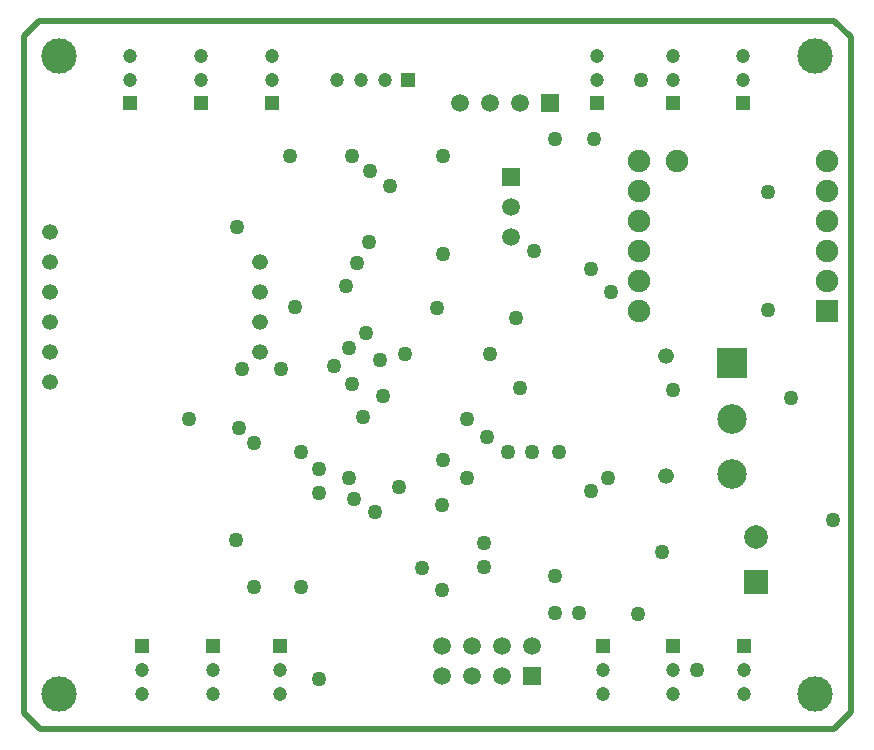
<source format=gbs>
G04*
G04 #@! TF.GenerationSoftware,Altium Limited,Altium Designer,20.0.13 (296)*
G04*
G04 Layer_Color=16711935*
%FSLAX25Y25*%
%MOIN*%
G70*
G01*
G75*
%ADD19C,0.01968*%
%ADD32R,0.04724X0.04724*%
%ADD33C,0.04724*%
%ADD34C,0.05906*%
%ADD35R,0.05906X0.05906*%
%ADD36C,0.07500*%
%ADD37R,0.07500X0.07500*%
%ADD38R,0.04724X0.04724*%
%ADD39R,0.05906X0.05906*%
%ADD40C,0.05236*%
%ADD41C,0.07874*%
%ADD42R,0.07874X0.07874*%
%ADD43R,0.09843X0.09843*%
%ADD44C,0.09843*%
%ADD45C,0.11811*%
%ADD46C,0.05000*%
D19*
X472441Y202441D02*
Y427559D01*
X466850Y196850D02*
X472441Y202441D01*
X202150Y196850D02*
X466850D01*
X196850Y202150D02*
X202150Y196850D01*
X196850Y202150D02*
Y427850D01*
X202071Y433071D01*
X466929D01*
X472441Y427559D01*
D32*
X325000Y413386D02*
D03*
D33*
X317126D02*
D03*
X301378D02*
D03*
X309252D02*
D03*
X389764Y216535D02*
D03*
Y208661D02*
D03*
X437008Y216535D02*
D03*
Y208661D02*
D03*
X413386Y216535D02*
D03*
Y208661D02*
D03*
X236221Y216535D02*
D03*
Y208661D02*
D03*
X259842Y216535D02*
D03*
Y208661D02*
D03*
X282331Y216535D02*
D03*
Y208661D02*
D03*
X436673Y413386D02*
D03*
Y421260D02*
D03*
X413386Y413386D02*
D03*
Y421260D02*
D03*
X387795Y413386D02*
D03*
Y421260D02*
D03*
X232283Y413386D02*
D03*
Y421260D02*
D03*
X255906Y413386D02*
D03*
Y421260D02*
D03*
X279528Y413386D02*
D03*
Y421260D02*
D03*
D34*
X336142Y224410D02*
D03*
Y214409D02*
D03*
X346142Y224410D02*
D03*
Y214409D02*
D03*
X356142Y224410D02*
D03*
Y214409D02*
D03*
X366142Y224410D02*
D03*
X359252Y360965D02*
D03*
Y370965D02*
D03*
X362362Y405512D02*
D03*
X352362D02*
D03*
X342362D02*
D03*
D35*
X366142Y214409D02*
D03*
X372362Y405512D02*
D03*
D36*
X464567Y376299D02*
D03*
Y366299D02*
D03*
Y346299D02*
D03*
Y356299D02*
D03*
Y386299D02*
D03*
X402067Y336299D02*
D03*
Y346299D02*
D03*
Y356299D02*
D03*
Y366299D02*
D03*
Y376299D02*
D03*
Y386299D02*
D03*
X414567D02*
D03*
D37*
X464567Y336299D02*
D03*
D38*
X389764Y224410D02*
D03*
X437008D02*
D03*
X413386D02*
D03*
X236221D02*
D03*
X259842D02*
D03*
X282331D02*
D03*
X436673Y405512D02*
D03*
X413386D02*
D03*
X387795D02*
D03*
X232283D02*
D03*
X255906D02*
D03*
X279528D02*
D03*
D39*
X359252Y380965D02*
D03*
D40*
X205591Y312520D02*
D03*
Y322520D02*
D03*
Y332520D02*
D03*
Y342520D02*
D03*
Y352520D02*
D03*
Y362520D02*
D03*
X275590Y352520D02*
D03*
Y342520D02*
D03*
Y332520D02*
D03*
Y322520D02*
D03*
X411024Y321260D02*
D03*
Y281102D02*
D03*
D41*
X440945Y261063D02*
D03*
D42*
Y246063D02*
D03*
D43*
X433071Y318898D02*
D03*
D44*
Y300394D02*
D03*
Y281890D02*
D03*
D45*
X208661Y208661D02*
D03*
X460630D02*
D03*
Y421260D02*
D03*
X208661D02*
D03*
D46*
X336614Y387795D02*
D03*
X306102Y312008D02*
D03*
X315510Y320000D02*
D03*
X316494Y308071D02*
D03*
X305118Y280512D02*
D03*
X309793Y301000D02*
D03*
X305118Y324000D02*
D03*
X311000Y329000D02*
D03*
X324000Y321850D02*
D03*
X409449Y255906D02*
D03*
X466535Y266732D02*
D03*
X374016Y248031D02*
D03*
X336142Y243110D02*
D03*
X321850Y277559D02*
D03*
X336142Y271654D02*
D03*
X350303Y258858D02*
D03*
Y250984D02*
D03*
X374016Y235728D02*
D03*
X413386Y310039D02*
D03*
X421260Y216535D02*
D03*
X452756Y307087D02*
D03*
X360819Y333996D02*
D03*
X375098Y289370D02*
D03*
X362205Y310531D02*
D03*
X366803Y356299D02*
D03*
X352362Y321850D02*
D03*
X366142Y289370D02*
D03*
X351378Y294200D02*
D03*
X358268Y289370D02*
D03*
X391732Y280512D02*
D03*
X344646D02*
D03*
X385827Y276287D02*
D03*
X295276Y213583D02*
D03*
X273622Y244094D02*
D03*
Y292322D02*
D03*
X267717Y259842D02*
D03*
X268701Y297244D02*
D03*
X289370Y244094D02*
D03*
Y289370D02*
D03*
X295276Y283465D02*
D03*
X307087Y273425D02*
D03*
X295276Y275590D02*
D03*
X314067Y269148D02*
D03*
X386811Y393701D02*
D03*
X374016D02*
D03*
X385827Y350394D02*
D03*
X392717Y342520D02*
D03*
X306102Y387795D02*
D03*
X285433D02*
D03*
X312099Y382965D02*
D03*
X318898Y377953D02*
D03*
X287402Y337598D02*
D03*
X282480Y316929D02*
D03*
X304224Y344488D02*
D03*
X312007Y359252D02*
D03*
X308071Y352362D02*
D03*
X336614Y355405D02*
D03*
X267865Y364110D02*
D03*
X269685Y316929D02*
D03*
X300197Y317913D02*
D03*
X251969Y300197D02*
D03*
X329724Y250492D02*
D03*
X381890Y235728D02*
D03*
X401575Y235236D02*
D03*
X334646Y337402D02*
D03*
X402559Y413386D02*
D03*
X444882Y375984D02*
D03*
Y336614D02*
D03*
X336614Y286417D02*
D03*
X344488Y300197D02*
D03*
M02*

</source>
